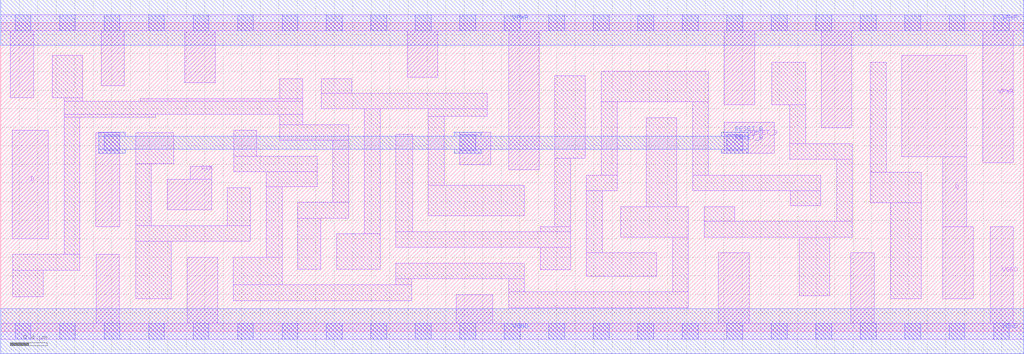
<source format=lef>
# Copyright 2020 The SkyWater PDK Authors
#
# Licensed under the Apache License, Version 2.0 (the "License");
# you may not use this file except in compliance with the License.
# You may obtain a copy of the License at
#
#     https://www.apache.org/licenses/LICENSE-2.0
#
# Unless required by applicable law or agreed to in writing, software
# distributed under the License is distributed on an "AS IS" BASIS,
# WITHOUT WARRANTIES OR CONDITIONS OF ANY KIND, either express or implied.
# See the License for the specific language governing permissions and
# limitations under the License.
#
# SPDX-License-Identifier: Apache-2.0

VERSION 5.7 ;
  NAMESCASESENSITIVE ON ;
  NOWIREEXTENSIONATPIN ON ;
  DIVIDERCHAR "/" ;
  BUSBITCHARS "[]" ;
UNITS
  DATABASE MICRONS 200 ;
END UNITS
MACRO sky130_fd_sc_hs__dfrtp_1
  CLASS CORE ;
  SOURCE USER ;
  FOREIGN sky130_fd_sc_hs__dfrtp_1 ;
  ORIGIN  0.000000  0.000000 ;
  SIZE  11.04000 BY  3.330000 ;
  SYMMETRY X Y R90 ;
  SITE unit ;
  PIN D
    ANTENNAGATEAREA  0.126000 ;
    DIRECTION INPUT ;
    USE SIGNAL ;
    PORT
      LAYER li1 ;
        RECT 0.125000 1.000000 0.515000 2.170000 ;
    END
  END D
  PIN Q
    ANTENNADIFFAREA  0.591700 ;
    DIRECTION OUTPUT ;
    USE SIGNAL ;
    PORT
      LAYER li1 ;
        RECT  9.725000 1.885000 10.425000 2.980000 ;
        RECT 10.165000 0.350000 10.495000 1.130000 ;
        RECT 10.165000 1.130000 10.425000 1.885000 ;
    END
  END Q
  PIN RESET_B
    ANTENNAGATEAREA  0.378000 ;
    DIRECTION INPUT ;
    USE SIGNAL ;
    PORT
      LAYER li1 ;
        RECT 1.025000 1.130000 1.285000 2.140000 ;
        RECT 4.955000 1.795000 5.285000 2.150000 ;
        RECT 7.805000 1.920000 8.345000 2.255000 ;
      LAYER mcon ;
        RECT 1.115000 1.950000 1.285000 2.120000 ;
        RECT 4.955000 1.950000 5.125000 2.120000 ;
        RECT 7.835000 1.950000 8.005000 2.120000 ;
      LAYER met1 ;
        RECT 1.055000 1.920000 1.345000 1.965000 ;
        RECT 1.055000 1.965000 8.065000 2.105000 ;
        RECT 1.055000 2.105000 1.345000 2.150000 ;
        RECT 4.895000 1.920000 5.185000 1.965000 ;
        RECT 4.895000 2.105000 5.185000 2.150000 ;
        RECT 7.775000 1.920000 8.065000 1.965000 ;
        RECT 7.775000 2.105000 8.065000 2.150000 ;
    END
  END RESET_B
  PIN CLK
    ANTENNAGATEAREA  0.279000 ;
    DIRECTION INPUT ;
    USE CLOCK ;
    PORT
      LAYER li1 ;
        RECT 1.795000 1.310000 2.275000 1.640000 ;
        RECT 2.045000 1.640000 2.275000 1.780000 ;
    END
  END CLK
  PIN VGND
    DIRECTION INOUT ;
    USE GROUND ;
    PORT
      LAYER li1 ;
        RECT  0.000000 -0.085000 11.040000 0.085000 ;
        RECT  1.030000  0.085000  1.280000 0.830000 ;
        RECT  2.010000  0.085000  2.340000 0.800000 ;
        RECT  4.915000  0.085000  5.310000 0.395000 ;
        RECT  7.745000  0.085000  8.075000 0.845000 ;
        RECT  9.175000  0.085000  9.425000 0.845000 ;
        RECT 10.675000  0.085000 10.925000 1.130000 ;
      LAYER mcon ;
        RECT  0.155000 -0.085000  0.325000 0.085000 ;
        RECT  0.635000 -0.085000  0.805000 0.085000 ;
        RECT  1.115000 -0.085000  1.285000 0.085000 ;
        RECT  1.595000 -0.085000  1.765000 0.085000 ;
        RECT  2.075000 -0.085000  2.245000 0.085000 ;
        RECT  2.555000 -0.085000  2.725000 0.085000 ;
        RECT  3.035000 -0.085000  3.205000 0.085000 ;
        RECT  3.515000 -0.085000  3.685000 0.085000 ;
        RECT  3.995000 -0.085000  4.165000 0.085000 ;
        RECT  4.475000 -0.085000  4.645000 0.085000 ;
        RECT  4.955000 -0.085000  5.125000 0.085000 ;
        RECT  5.435000 -0.085000  5.605000 0.085000 ;
        RECT  5.915000 -0.085000  6.085000 0.085000 ;
        RECT  6.395000 -0.085000  6.565000 0.085000 ;
        RECT  6.875000 -0.085000  7.045000 0.085000 ;
        RECT  7.355000 -0.085000  7.525000 0.085000 ;
        RECT  7.835000 -0.085000  8.005000 0.085000 ;
        RECT  8.315000 -0.085000  8.485000 0.085000 ;
        RECT  8.795000 -0.085000  8.965000 0.085000 ;
        RECT  9.275000 -0.085000  9.445000 0.085000 ;
        RECT  9.755000 -0.085000  9.925000 0.085000 ;
        RECT 10.235000 -0.085000 10.405000 0.085000 ;
        RECT 10.715000 -0.085000 10.885000 0.085000 ;
      LAYER met1 ;
        RECT 0.000000 -0.245000 11.040000 0.245000 ;
    END
  END VGND
  PIN VPWR
    DIRECTION INOUT ;
    USE POWER ;
    PORT
      LAYER li1 ;
        RECT  0.000000 3.245000 11.040000 3.415000 ;
        RECT  0.105000 2.520000  0.355000 3.245000 ;
        RECT  1.085000 2.650000  1.335000 3.245000 ;
        RECT  1.985000 2.680000  2.315000 3.245000 ;
        RECT  4.385000 2.740000  4.715000 3.245000 ;
        RECT  5.480000 1.745000  5.810000 3.245000 ;
        RECT  7.805000 2.445000  8.135000 3.245000 ;
        RECT  8.855000 2.195000  9.185000 3.245000 ;
        RECT 10.595000 1.820000 10.925000 3.245000 ;
      LAYER mcon ;
        RECT  0.155000 3.245000  0.325000 3.415000 ;
        RECT  0.635000 3.245000  0.805000 3.415000 ;
        RECT  1.115000 3.245000  1.285000 3.415000 ;
        RECT  1.595000 3.245000  1.765000 3.415000 ;
        RECT  2.075000 3.245000  2.245000 3.415000 ;
        RECT  2.555000 3.245000  2.725000 3.415000 ;
        RECT  3.035000 3.245000  3.205000 3.415000 ;
        RECT  3.515000 3.245000  3.685000 3.415000 ;
        RECT  3.995000 3.245000  4.165000 3.415000 ;
        RECT  4.475000 3.245000  4.645000 3.415000 ;
        RECT  4.955000 3.245000  5.125000 3.415000 ;
        RECT  5.435000 3.245000  5.605000 3.415000 ;
        RECT  5.915000 3.245000  6.085000 3.415000 ;
        RECT  6.395000 3.245000  6.565000 3.415000 ;
        RECT  6.875000 3.245000  7.045000 3.415000 ;
        RECT  7.355000 3.245000  7.525000 3.415000 ;
        RECT  7.835000 3.245000  8.005000 3.415000 ;
        RECT  8.315000 3.245000  8.485000 3.415000 ;
        RECT  8.795000 3.245000  8.965000 3.415000 ;
        RECT  9.275000 3.245000  9.445000 3.415000 ;
        RECT  9.755000 3.245000  9.925000 3.415000 ;
        RECT 10.235000 3.245000 10.405000 3.415000 ;
        RECT 10.715000 3.245000 10.885000 3.415000 ;
      LAYER met1 ;
        RECT 0.000000 3.085000 11.040000 3.575000 ;
    END
  END VPWR
  OBS
    LAYER li1 ;
      RECT 0.130000 0.370000 0.460000 0.660000 ;
      RECT 0.130000 0.660000 0.855000 0.830000 ;
      RECT 0.555000 2.520000 0.885000 2.980000 ;
      RECT 0.685000 0.830000 0.855000 2.310000 ;
      RECT 0.685000 2.310000 1.675000 2.340000 ;
      RECT 0.685000 2.340000 3.260000 2.480000 ;
      RECT 0.685000 2.480000 0.885000 2.520000 ;
      RECT 1.455000 0.350000 1.840000 0.970000 ;
      RECT 1.455000 0.970000 2.695000 1.140000 ;
      RECT 1.455000 1.140000 1.625000 1.810000 ;
      RECT 1.455000 1.810000 1.865000 2.140000 ;
      RECT 1.505000 2.480000 3.260000 2.510000 ;
      RECT 2.445000 1.140000 2.695000 1.550000 ;
      RECT 2.510000 0.330000 4.435000 0.500000 ;
      RECT 2.510000 0.500000 3.035000 0.800000 ;
      RECT 2.515000 1.720000 3.415000 1.890000 ;
      RECT 2.515000 1.890000 2.765000 2.170000 ;
      RECT 2.865000 0.800000 3.035000 1.560000 ;
      RECT 2.865000 1.560000 3.415000 1.720000 ;
      RECT 3.010000 2.060000 3.755000 2.230000 ;
      RECT 3.010000 2.230000 3.260000 2.340000 ;
      RECT 3.010000 2.510000 3.260000 2.725000 ;
      RECT 3.205000 0.670000 3.455000 1.220000 ;
      RECT 3.205000 1.220000 3.755000 1.390000 ;
      RECT 3.460000 2.400000 5.250000 2.570000 ;
      RECT 3.460000 2.570000 3.790000 2.725000 ;
      RECT 3.585000 1.390000 3.755000 2.060000 ;
      RECT 3.625000 0.670000 4.095000 1.050000 ;
      RECT 3.925000 1.050000 4.095000 2.400000 ;
      RECT 4.265000 0.500000 4.435000 0.565000 ;
      RECT 4.265000 0.565000 5.650000 0.735000 ;
      RECT 4.265000 0.905000 6.150000 1.075000 ;
      RECT 4.265000 1.075000 4.445000 2.125000 ;
      RECT 4.615000 1.245000 5.650000 1.575000 ;
      RECT 4.615000 1.575000 4.785000 2.320000 ;
      RECT 4.615000 2.320000 5.250000 2.400000 ;
      RECT 5.480000 0.255000 7.420000 0.425000 ;
      RECT 5.480000 0.425000 5.650000 0.565000 ;
      RECT 5.820000 0.665000 6.150000 0.905000 ;
      RECT 5.820000 1.075000 6.150000 1.130000 ;
      RECT 5.980000 1.130000 6.150000 1.865000 ;
      RECT 5.980000 1.865000 6.310000 2.755000 ;
      RECT 6.320000 0.595000 7.080000 0.845000 ;
      RECT 6.320000 0.845000 6.490000 1.515000 ;
      RECT 6.320000 1.515000 6.650000 1.685000 ;
      RECT 6.480000 1.685000 6.650000 2.475000 ;
      RECT 6.480000 2.475000 7.635000 2.805000 ;
      RECT 6.690000 1.015000 7.420000 1.345000 ;
      RECT 6.965000 1.345000 7.295000 2.305000 ;
      RECT 7.250000 0.425000 7.420000 1.015000 ;
      RECT 7.465000 1.515000 8.850000 1.685000 ;
      RECT 7.465000 1.685000 7.635000 2.475000 ;
      RECT 7.590000 1.015000 9.190000 1.185000 ;
      RECT 7.590000 1.185000 7.920000 1.345000 ;
      RECT 8.320000 2.445000 8.685000 2.905000 ;
      RECT 8.515000 1.855000 9.190000 2.025000 ;
      RECT 8.515000 2.025000 8.685000 2.445000 ;
      RECT 8.520000 1.355000 8.850000 1.515000 ;
      RECT 8.615000 0.385000 8.945000 1.015000 ;
      RECT 9.020000 1.185000 9.190000 1.855000 ;
      RECT 9.385000 1.385000 9.935000 1.715000 ;
      RECT 9.385000 1.715000 9.555000 2.905000 ;
      RECT 9.605000 0.350000 9.935000 1.385000 ;
  END
END sky130_fd_sc_hs__dfrtp_1

</source>
